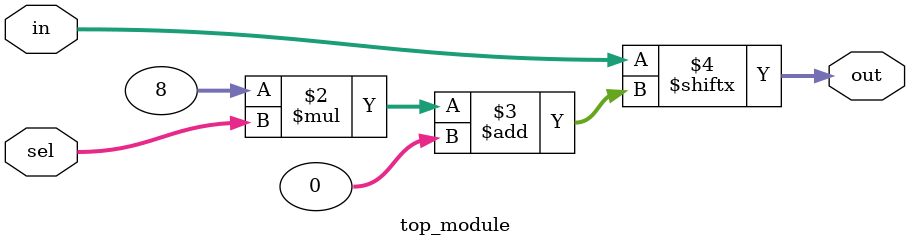
<source format=sv>
module top_module (
    input [1023:0] in,
    input [7:0] sel,
    output reg [3:0] out
);
    always @(*) begin
        out = in[8*sel +: 4];  
    end
endmodule

</source>
